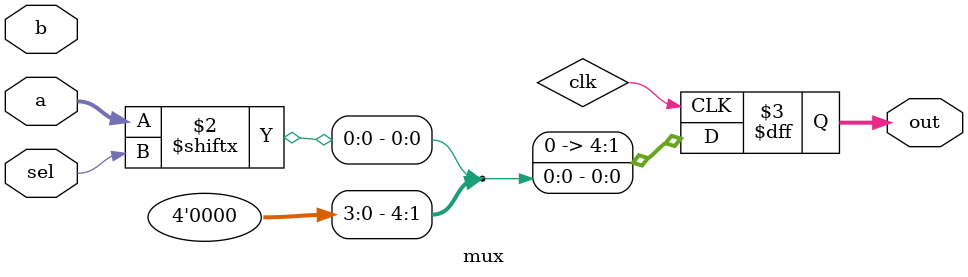
<source format=v>
module mux( 
input [4:0] a, b,
input sel,
output [4:0] out );
// When sel=0, assign a to out. 
// When sel=1, assign b to out.
always @(posedge clk)
out <= a[sel];

endmodule

</source>
